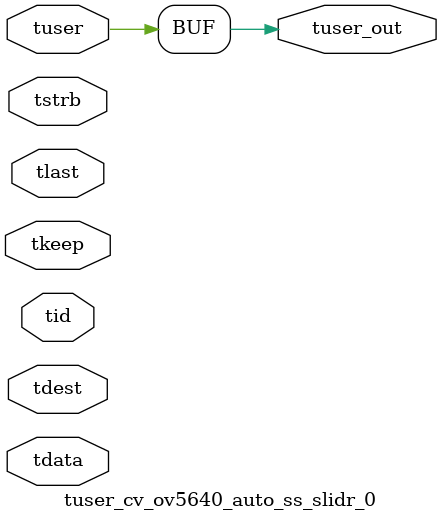
<source format=v>


`timescale 1ps/1ps

module tuser_cv_ov5640_auto_ss_slidr_0 #
(
parameter C_S_AXIS_TUSER_WIDTH = 1,
parameter C_S_AXIS_TDATA_WIDTH = 32,
parameter C_S_AXIS_TID_WIDTH   = 0,
parameter C_S_AXIS_TDEST_WIDTH = 0,
parameter C_M_AXIS_TUSER_WIDTH = 1
)
(
input  [(C_S_AXIS_TUSER_WIDTH == 0 ? 1 : C_S_AXIS_TUSER_WIDTH)-1:0     ] tuser,
input  [(C_S_AXIS_TDATA_WIDTH == 0 ? 1 : C_S_AXIS_TDATA_WIDTH)-1:0     ] tdata,
input  [(C_S_AXIS_TID_WIDTH   == 0 ? 1 : C_S_AXIS_TID_WIDTH)-1:0       ] tid,
input  [(C_S_AXIS_TDEST_WIDTH == 0 ? 1 : C_S_AXIS_TDEST_WIDTH)-1:0     ] tdest,
input  [(C_S_AXIS_TDATA_WIDTH/8)-1:0 ] tkeep,
input  [(C_S_AXIS_TDATA_WIDTH/8)-1:0 ] tstrb,
input                                                                    tlast,
output [C_M_AXIS_TUSER_WIDTH-1:0] tuser_out
);

assign tuser_out = {tuser[0:0]};

endmodule


</source>
